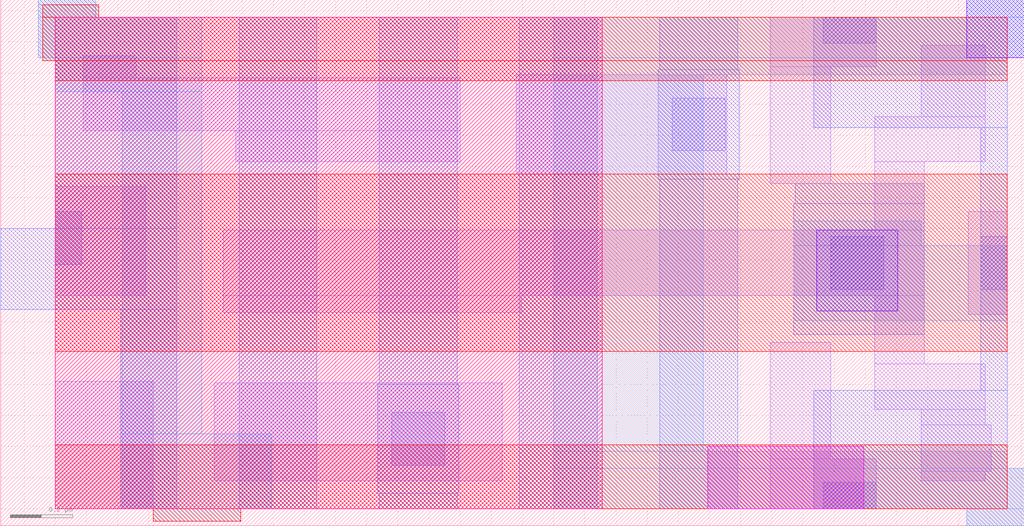
<source format=lef>
# Copyright 2020 The SkyWater PDK Authors
#
# Licensed under the Apache License, Version 2.0 (the "License");
# you may not use this file except in compliance with the License.
# You may obtain a copy of the License at
#
#     https://www.apache.org/licenses/LICENSE-2.0
#
# Unless required by applicable law or agreed to in writing, software
# distributed under the License is distributed on an "AS IS" BASIS,
# WITHOUT WARRANTIES OR CONDITIONS OF ANY KIND, either express or implied.
# See the License for the specific language governing permissions and
# limitations under the License.
#
# SPDX-License-Identifier: Apache-2.0

VERSION 5.7 ;
  NOWIREEXTENSIONATPIN ON ;
  DIVIDERCHAR "/" ;
  BUSBITCHARS "[]" ;
MACRO sky130_fd_bd_sram__sram_dp_swldrv_opt3ci
  CLASS BLOCK ;
  FOREIGN sky130_fd_bd_sram__sram_dp_swldrv_opt3ci ;
  ORIGIN  0.175000  0.055000 ;
  SIZE  3.285000 BY  1.690000 ;
  OBS
    LAYER li1 ;
      RECT 0.000000 0.000000 0.315000 0.410000 ;
      RECT 0.000000 0.685000 0.290000 1.035000 ;
      RECT 0.090000 1.215000 1.300000 1.385000 ;
      RECT 0.090000 1.385000 0.260000 1.455000 ;
      RECT 0.510000 0.090000 1.435000 0.405000 ;
      RECT 0.540000 0.630000 1.495000 0.685000 ;
      RECT 0.540000 0.685000 2.790000 0.895000 ;
      RECT 0.580000 1.115000 1.300000 1.215000 ;
      RECT 1.480000 1.075000 2.155000 1.395000 ;
      RECT 2.295000 0.000000 2.635000 0.160000 ;
      RECT 2.295000 0.160000 2.490000 0.535000 ;
      RECT 2.295000 1.045000 2.490000 1.420000 ;
      RECT 2.295000 1.420000 2.635000 1.580000 ;
      RECT 2.630000 0.320000 2.985000 0.465000 ;
      RECT 2.630000 0.465000 2.790000 0.685000 ;
      RECT 2.630000 0.895000 2.790000 1.115000 ;
      RECT 2.630000 1.115000 2.985000 1.260000 ;
      RECT 2.780000 0.090000 2.985000 0.120000 ;
      RECT 2.780000 0.120000 3.005000 0.270000 ;
      RECT 2.780000 0.270000 2.985000 0.320000 ;
      RECT 2.780000 1.260000 2.985000 1.490000 ;
      RECT 2.930000 0.625000 3.055000 0.955000 ;
    LAYER mcon ;
      RECT 0.000000 0.785000 0.085000 0.955000 ;
      RECT 1.080000 0.140000 1.250000 0.310000 ;
      RECT 1.980000 1.150000 2.150000 1.320000 ;
      RECT 2.465000 0.000000 2.635000 0.085000 ;
      RECT 2.465000 1.495000 2.635000 1.580000 ;
      RECT 2.490000 0.705000 2.660000 0.875000 ;
      RECT 2.970000 0.705000 3.055000 0.875000 ;
    LAYER met1 ;
      RECT -0.175000  0.640000 0.390000 0.900000 ;
      RECT -0.055000  1.450000 0.390000 1.580000 ;
      RECT -0.055000  1.580000 0.130000 1.635000 ;
      RECT  0.000000  0.900000 0.390000 1.450000 ;
      RECT  0.210000  0.000000 0.390000 0.640000 ;
      RECT  0.590000  0.000000 0.840000 1.580000 ;
      RECT  1.035000  0.050000 1.295000 0.400000 ;
      RECT  1.040000  0.000000 1.290000 0.050000 ;
      RECT  1.040000  0.400000 1.290000 1.580000 ;
      RECT  1.490000  0.000000 1.740000 1.580000 ;
      RECT  1.935000  1.060000 2.195000 1.410000 ;
      RECT  1.940000  0.000000 2.190000 1.060000 ;
      RECT  1.940000  1.410000 2.190000 1.580000 ;
      RECT  2.370000  0.560000 2.790000 0.980000 ;
      RECT  2.375000  0.980000 2.790000 1.045000 ;
      RECT  2.435000  0.000000 3.110000 0.130000 ;
      RECT  2.435000  0.130000 3.055000 0.380000 ;
      RECT  2.435000  1.225000 3.055000 1.450000 ;
      RECT  2.435000  1.450000 3.110000 1.580000 ;
      RECT  2.925000 -0.055000 3.110000 0.000000 ;
      RECT  2.925000  1.580000 3.110000 1.635000 ;
      RECT  2.970000  0.380000 3.055000 1.225000 ;
    LAYER met2 ;
      RECT -0.055000  1.450000 0.470000 1.580000 ;
      RECT -0.055000  1.580000 0.140000 1.620000 ;
      RECT -0.055000  1.620000 0.130000 1.635000 ;
      RECT -0.040000  1.440000 0.470000 1.450000 ;
      RECT  0.000000  1.340000 0.470000 1.440000 ;
      RECT  0.215000  0.000000 0.695000 0.240000 ;
      RECT  0.215000  0.240000 0.470000 1.340000 ;
      RECT  0.315000 -0.040000 0.595000 0.000000 ;
      RECT  1.600000  0.000000 3.110000 0.130000 ;
      RECT  1.600000  0.130000 3.055000 0.185000 ;
      RECT  1.600000  0.185000 2.080000 1.395000 ;
      RECT  1.600000  1.395000 3.055000 1.450000 ;
      RECT  1.600000  1.450000 3.110000 1.580000 ;
      RECT  2.370000  0.605000 3.055000 0.845000 ;
      RECT  2.370000  0.845000 2.780000 0.925000 ;
      RECT  2.925000 -0.055000 3.110000 0.000000 ;
      RECT  2.925000  1.580000 3.110000 1.635000 ;
    LAYER met3 ;
      RECT -0.040000  1.440000 3.055000 1.580000 ;
      RECT -0.040000  1.580000 0.140000 1.620000 ;
      RECT  0.000000  0.000000 3.055000 0.205000 ;
      RECT  0.000000  0.505000 3.055000 1.075000 ;
      RECT  0.000000  1.375000 3.055000 1.440000 ;
      RECT  0.315000 -0.040000 0.595000 0.000000 ;
    LAYER nwell ;
      RECT 0.000000 0.000000 1.755000 1.580000 ;
    LAYER pwell ;
      RECT 2.095000 0.000000 2.595000 0.200000 ;
    LAYER via ;
      RECT 2.445000 0.635000 2.705000 0.895000 ;
      RECT 2.925000 1.450000 3.110000 1.635000 ;
  END
END sky130_fd_bd_sram__sram_dp_swldrv_opt3ci
END LIBRARY

</source>
